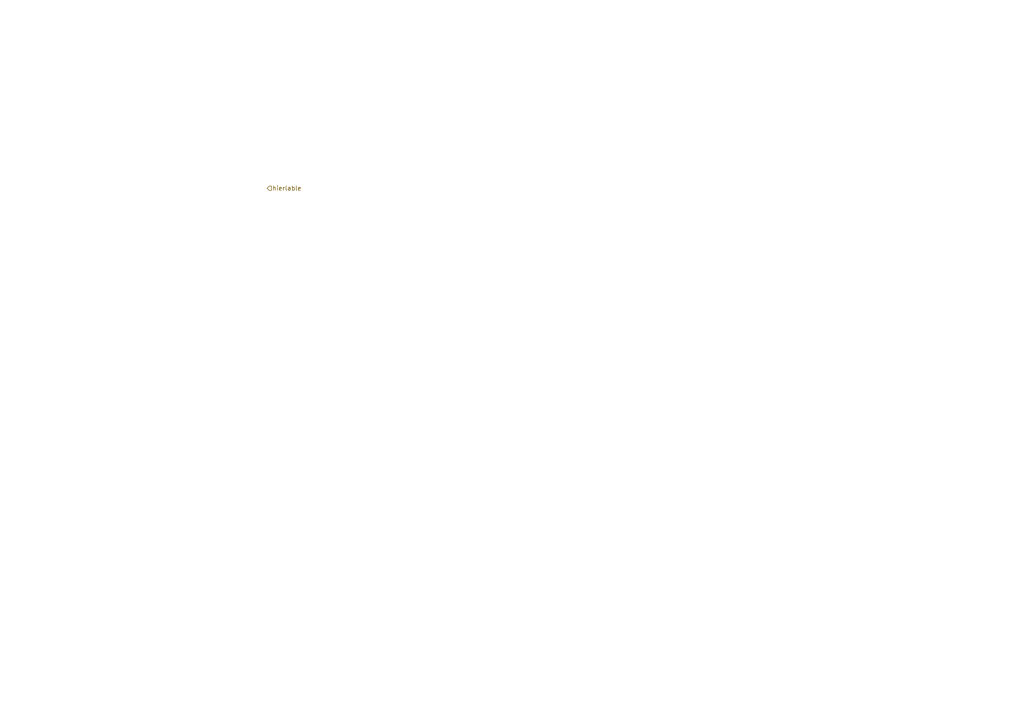
<source format=kicad_sch>
(kicad_sch (version 20211123) (generator eeschema)
  (paper "A4")
  (lib_symbols)
  (hierarchical_label "hierlable" (shape input) (at 77.47 54.61 0))
)
</source>
